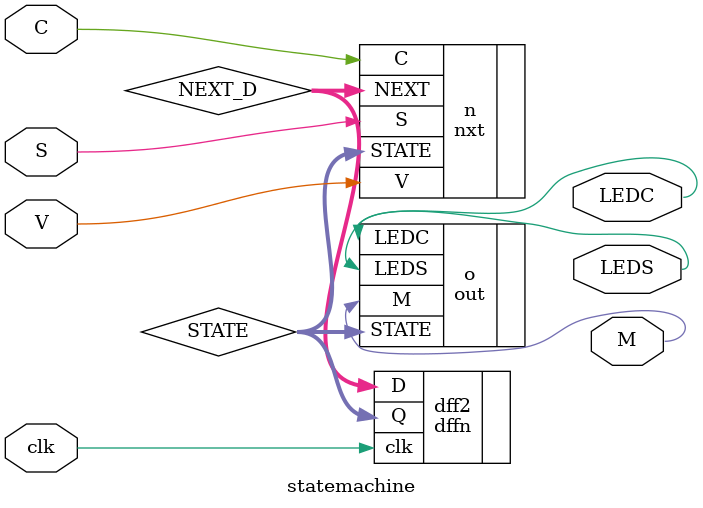
<source format=sv>
module statemachine(
  input logic clk,
  input logic C,
  input logic S,
  input logic V,
  output logic LEDS,
  output logic LEDC,
  output logic M
);
  logic [1:0] STATE, NEXT_D;

  nxt n (
    .STATE(STATE),
    .C(C),
    .S(S),
    .V(V),
    .NEXT(NEXT_D)
  );

  dffn #(
    .bits(2)
  ) dff2 (
    .D(NEXT_D),
    .Q(STATE),
    .clk(clk)
  );

  out o (
    .STATE(STATE),
    .LEDS(LEDS),
    .LEDC(LEDC),
    .M(M)
  );
endmodule: statemachine

</source>
